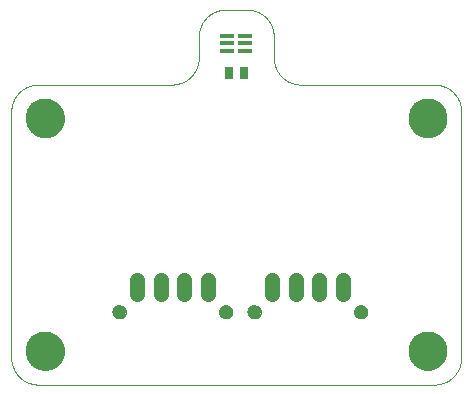
<source format=gbs>
G75*
%MOIN*%
%OFA0B0*%
%FSLAX25Y25*%
%IPPOS*%
%LPD*%
%AMOC8*
5,1,8,0,0,1.08239X$1,22.5*
%
%ADD10C,0.00000*%
%ADD11C,0.12998*%
%ADD12C,0.05156*%
%ADD13C,0.04731*%
%ADD14R,0.05124X0.01778*%
%ADD15R,0.03156X0.03943*%
D10*
X0014550Y0005550D02*
X0146550Y0005550D01*
X0146767Y0005553D01*
X0146985Y0005561D01*
X0147202Y0005574D01*
X0147419Y0005592D01*
X0147635Y0005616D01*
X0147850Y0005644D01*
X0148065Y0005678D01*
X0148279Y0005718D01*
X0148492Y0005762D01*
X0148704Y0005812D01*
X0148914Y0005866D01*
X0149124Y0005926D01*
X0149331Y0005990D01*
X0149537Y0006060D01*
X0149741Y0006135D01*
X0149944Y0006214D01*
X0150144Y0006299D01*
X0150343Y0006388D01*
X0150539Y0006482D01*
X0150733Y0006581D01*
X0150924Y0006684D01*
X0151113Y0006792D01*
X0151299Y0006905D01*
X0151482Y0007022D01*
X0151663Y0007143D01*
X0151840Y0007269D01*
X0152014Y0007399D01*
X0152186Y0007533D01*
X0152354Y0007671D01*
X0152518Y0007813D01*
X0152679Y0007960D01*
X0152837Y0008110D01*
X0152990Y0008263D01*
X0153140Y0008421D01*
X0153287Y0008582D01*
X0153429Y0008746D01*
X0153567Y0008914D01*
X0153701Y0009086D01*
X0153831Y0009260D01*
X0153957Y0009437D01*
X0154078Y0009618D01*
X0154195Y0009801D01*
X0154308Y0009987D01*
X0154416Y0010176D01*
X0154519Y0010367D01*
X0154618Y0010561D01*
X0154712Y0010757D01*
X0154801Y0010956D01*
X0154886Y0011156D01*
X0154965Y0011359D01*
X0155040Y0011563D01*
X0155110Y0011769D01*
X0155174Y0011976D01*
X0155234Y0012186D01*
X0155288Y0012396D01*
X0155338Y0012608D01*
X0155382Y0012821D01*
X0155422Y0013035D01*
X0155456Y0013250D01*
X0155484Y0013465D01*
X0155508Y0013681D01*
X0155526Y0013898D01*
X0155539Y0014115D01*
X0155547Y0014333D01*
X0155550Y0014550D01*
X0155550Y0096550D01*
X0155547Y0096767D01*
X0155539Y0096985D01*
X0155526Y0097202D01*
X0155508Y0097419D01*
X0155484Y0097635D01*
X0155456Y0097850D01*
X0155422Y0098065D01*
X0155382Y0098279D01*
X0155338Y0098492D01*
X0155288Y0098704D01*
X0155234Y0098914D01*
X0155174Y0099124D01*
X0155110Y0099331D01*
X0155040Y0099537D01*
X0154965Y0099741D01*
X0154886Y0099944D01*
X0154801Y0100144D01*
X0154712Y0100343D01*
X0154618Y0100539D01*
X0154519Y0100733D01*
X0154416Y0100924D01*
X0154308Y0101113D01*
X0154195Y0101299D01*
X0154078Y0101482D01*
X0153957Y0101663D01*
X0153831Y0101840D01*
X0153701Y0102014D01*
X0153567Y0102186D01*
X0153429Y0102354D01*
X0153287Y0102518D01*
X0153140Y0102679D01*
X0152990Y0102837D01*
X0152837Y0102990D01*
X0152679Y0103140D01*
X0152518Y0103287D01*
X0152354Y0103429D01*
X0152186Y0103567D01*
X0152014Y0103701D01*
X0151840Y0103831D01*
X0151663Y0103957D01*
X0151482Y0104078D01*
X0151299Y0104195D01*
X0151113Y0104308D01*
X0150924Y0104416D01*
X0150733Y0104519D01*
X0150539Y0104618D01*
X0150343Y0104712D01*
X0150144Y0104801D01*
X0149944Y0104886D01*
X0149741Y0104965D01*
X0149537Y0105040D01*
X0149331Y0105110D01*
X0149124Y0105174D01*
X0148914Y0105234D01*
X0148704Y0105288D01*
X0148492Y0105338D01*
X0148279Y0105382D01*
X0148065Y0105422D01*
X0147850Y0105456D01*
X0147635Y0105484D01*
X0147419Y0105508D01*
X0147202Y0105526D01*
X0146985Y0105539D01*
X0146767Y0105547D01*
X0146550Y0105550D01*
X0102050Y0105550D01*
X0101833Y0105553D01*
X0101615Y0105561D01*
X0101398Y0105574D01*
X0101181Y0105592D01*
X0100965Y0105616D01*
X0100750Y0105644D01*
X0100535Y0105678D01*
X0100321Y0105718D01*
X0100108Y0105762D01*
X0099896Y0105812D01*
X0099686Y0105866D01*
X0099476Y0105926D01*
X0099269Y0105990D01*
X0099063Y0106060D01*
X0098859Y0106135D01*
X0098656Y0106214D01*
X0098456Y0106299D01*
X0098257Y0106388D01*
X0098061Y0106482D01*
X0097867Y0106581D01*
X0097676Y0106684D01*
X0097487Y0106792D01*
X0097301Y0106905D01*
X0097118Y0107022D01*
X0096937Y0107143D01*
X0096760Y0107269D01*
X0096586Y0107399D01*
X0096414Y0107533D01*
X0096246Y0107671D01*
X0096082Y0107813D01*
X0095921Y0107960D01*
X0095763Y0108110D01*
X0095610Y0108263D01*
X0095460Y0108421D01*
X0095313Y0108582D01*
X0095171Y0108746D01*
X0095033Y0108914D01*
X0094899Y0109086D01*
X0094769Y0109260D01*
X0094643Y0109437D01*
X0094522Y0109618D01*
X0094405Y0109801D01*
X0094292Y0109987D01*
X0094184Y0110176D01*
X0094081Y0110367D01*
X0093982Y0110561D01*
X0093888Y0110757D01*
X0093799Y0110956D01*
X0093714Y0111156D01*
X0093635Y0111359D01*
X0093560Y0111563D01*
X0093490Y0111769D01*
X0093426Y0111976D01*
X0093366Y0112186D01*
X0093312Y0112396D01*
X0093262Y0112608D01*
X0093218Y0112821D01*
X0093178Y0113035D01*
X0093144Y0113250D01*
X0093116Y0113465D01*
X0093092Y0113681D01*
X0093074Y0113898D01*
X0093061Y0114115D01*
X0093053Y0114333D01*
X0093050Y0114550D01*
X0093050Y0121550D01*
X0093047Y0121767D01*
X0093039Y0121985D01*
X0093026Y0122202D01*
X0093008Y0122419D01*
X0092984Y0122635D01*
X0092956Y0122850D01*
X0092922Y0123065D01*
X0092882Y0123279D01*
X0092838Y0123492D01*
X0092788Y0123704D01*
X0092734Y0123914D01*
X0092674Y0124124D01*
X0092610Y0124331D01*
X0092540Y0124537D01*
X0092465Y0124741D01*
X0092386Y0124944D01*
X0092301Y0125144D01*
X0092212Y0125343D01*
X0092118Y0125539D01*
X0092019Y0125733D01*
X0091916Y0125924D01*
X0091808Y0126113D01*
X0091695Y0126299D01*
X0091578Y0126482D01*
X0091457Y0126663D01*
X0091331Y0126840D01*
X0091201Y0127014D01*
X0091067Y0127186D01*
X0090929Y0127354D01*
X0090787Y0127518D01*
X0090640Y0127679D01*
X0090490Y0127837D01*
X0090337Y0127990D01*
X0090179Y0128140D01*
X0090018Y0128287D01*
X0089854Y0128429D01*
X0089686Y0128567D01*
X0089514Y0128701D01*
X0089340Y0128831D01*
X0089163Y0128957D01*
X0088982Y0129078D01*
X0088799Y0129195D01*
X0088613Y0129308D01*
X0088424Y0129416D01*
X0088233Y0129519D01*
X0088039Y0129618D01*
X0087843Y0129712D01*
X0087644Y0129801D01*
X0087444Y0129886D01*
X0087241Y0129965D01*
X0087037Y0130040D01*
X0086831Y0130110D01*
X0086624Y0130174D01*
X0086414Y0130234D01*
X0086204Y0130288D01*
X0085992Y0130338D01*
X0085779Y0130382D01*
X0085565Y0130422D01*
X0085350Y0130456D01*
X0085135Y0130484D01*
X0084919Y0130508D01*
X0084702Y0130526D01*
X0084485Y0130539D01*
X0084267Y0130547D01*
X0084050Y0130550D01*
X0077050Y0130550D01*
X0076833Y0130547D01*
X0076615Y0130539D01*
X0076398Y0130526D01*
X0076181Y0130508D01*
X0075965Y0130484D01*
X0075750Y0130456D01*
X0075535Y0130422D01*
X0075321Y0130382D01*
X0075108Y0130338D01*
X0074896Y0130288D01*
X0074686Y0130234D01*
X0074476Y0130174D01*
X0074269Y0130110D01*
X0074063Y0130040D01*
X0073859Y0129965D01*
X0073656Y0129886D01*
X0073456Y0129801D01*
X0073257Y0129712D01*
X0073061Y0129618D01*
X0072867Y0129519D01*
X0072676Y0129416D01*
X0072487Y0129308D01*
X0072301Y0129195D01*
X0072118Y0129078D01*
X0071937Y0128957D01*
X0071760Y0128831D01*
X0071586Y0128701D01*
X0071414Y0128567D01*
X0071246Y0128429D01*
X0071082Y0128287D01*
X0070921Y0128140D01*
X0070763Y0127990D01*
X0070610Y0127837D01*
X0070460Y0127679D01*
X0070313Y0127518D01*
X0070171Y0127354D01*
X0070033Y0127186D01*
X0069899Y0127014D01*
X0069769Y0126840D01*
X0069643Y0126663D01*
X0069522Y0126482D01*
X0069405Y0126299D01*
X0069292Y0126113D01*
X0069184Y0125924D01*
X0069081Y0125733D01*
X0068982Y0125539D01*
X0068888Y0125343D01*
X0068799Y0125144D01*
X0068714Y0124944D01*
X0068635Y0124741D01*
X0068560Y0124537D01*
X0068490Y0124331D01*
X0068426Y0124124D01*
X0068366Y0123914D01*
X0068312Y0123704D01*
X0068262Y0123492D01*
X0068218Y0123279D01*
X0068178Y0123065D01*
X0068144Y0122850D01*
X0068116Y0122635D01*
X0068092Y0122419D01*
X0068074Y0122202D01*
X0068061Y0121985D01*
X0068053Y0121767D01*
X0068050Y0121550D01*
X0068050Y0114550D01*
X0068047Y0114333D01*
X0068039Y0114115D01*
X0068026Y0113898D01*
X0068008Y0113681D01*
X0067984Y0113465D01*
X0067956Y0113250D01*
X0067922Y0113035D01*
X0067882Y0112821D01*
X0067838Y0112608D01*
X0067788Y0112396D01*
X0067734Y0112186D01*
X0067674Y0111976D01*
X0067610Y0111769D01*
X0067540Y0111563D01*
X0067465Y0111359D01*
X0067386Y0111156D01*
X0067301Y0110956D01*
X0067212Y0110757D01*
X0067118Y0110561D01*
X0067019Y0110367D01*
X0066916Y0110176D01*
X0066808Y0109987D01*
X0066695Y0109801D01*
X0066578Y0109618D01*
X0066457Y0109437D01*
X0066331Y0109260D01*
X0066201Y0109086D01*
X0066067Y0108914D01*
X0065929Y0108746D01*
X0065787Y0108582D01*
X0065640Y0108421D01*
X0065490Y0108263D01*
X0065337Y0108110D01*
X0065179Y0107960D01*
X0065018Y0107813D01*
X0064854Y0107671D01*
X0064686Y0107533D01*
X0064514Y0107399D01*
X0064340Y0107269D01*
X0064163Y0107143D01*
X0063982Y0107022D01*
X0063799Y0106905D01*
X0063613Y0106792D01*
X0063424Y0106684D01*
X0063233Y0106581D01*
X0063039Y0106482D01*
X0062843Y0106388D01*
X0062644Y0106299D01*
X0062444Y0106214D01*
X0062241Y0106135D01*
X0062037Y0106060D01*
X0061831Y0105990D01*
X0061624Y0105926D01*
X0061414Y0105866D01*
X0061204Y0105812D01*
X0060992Y0105762D01*
X0060779Y0105718D01*
X0060565Y0105678D01*
X0060350Y0105644D01*
X0060135Y0105616D01*
X0059919Y0105592D01*
X0059702Y0105574D01*
X0059485Y0105561D01*
X0059267Y0105553D01*
X0059050Y0105550D01*
X0014550Y0105550D01*
X0014333Y0105547D01*
X0014115Y0105539D01*
X0013898Y0105526D01*
X0013681Y0105508D01*
X0013465Y0105484D01*
X0013250Y0105456D01*
X0013035Y0105422D01*
X0012821Y0105382D01*
X0012608Y0105338D01*
X0012396Y0105288D01*
X0012186Y0105234D01*
X0011976Y0105174D01*
X0011769Y0105110D01*
X0011563Y0105040D01*
X0011359Y0104965D01*
X0011156Y0104886D01*
X0010956Y0104801D01*
X0010757Y0104712D01*
X0010561Y0104618D01*
X0010367Y0104519D01*
X0010176Y0104416D01*
X0009987Y0104308D01*
X0009801Y0104195D01*
X0009618Y0104078D01*
X0009437Y0103957D01*
X0009260Y0103831D01*
X0009086Y0103701D01*
X0008914Y0103567D01*
X0008746Y0103429D01*
X0008582Y0103287D01*
X0008421Y0103140D01*
X0008263Y0102990D01*
X0008110Y0102837D01*
X0007960Y0102679D01*
X0007813Y0102518D01*
X0007671Y0102354D01*
X0007533Y0102186D01*
X0007399Y0102014D01*
X0007269Y0101840D01*
X0007143Y0101663D01*
X0007022Y0101482D01*
X0006905Y0101299D01*
X0006792Y0101113D01*
X0006684Y0100924D01*
X0006581Y0100733D01*
X0006482Y0100539D01*
X0006388Y0100343D01*
X0006299Y0100144D01*
X0006214Y0099944D01*
X0006135Y0099741D01*
X0006060Y0099537D01*
X0005990Y0099331D01*
X0005926Y0099124D01*
X0005866Y0098914D01*
X0005812Y0098704D01*
X0005762Y0098492D01*
X0005718Y0098279D01*
X0005678Y0098065D01*
X0005644Y0097850D01*
X0005616Y0097635D01*
X0005592Y0097419D01*
X0005574Y0097202D01*
X0005561Y0096985D01*
X0005553Y0096767D01*
X0005550Y0096550D01*
X0005550Y0014550D01*
X0005553Y0014333D01*
X0005561Y0014115D01*
X0005574Y0013898D01*
X0005592Y0013681D01*
X0005616Y0013465D01*
X0005644Y0013250D01*
X0005678Y0013035D01*
X0005718Y0012821D01*
X0005762Y0012608D01*
X0005812Y0012396D01*
X0005866Y0012186D01*
X0005926Y0011976D01*
X0005990Y0011769D01*
X0006060Y0011563D01*
X0006135Y0011359D01*
X0006214Y0011156D01*
X0006299Y0010956D01*
X0006388Y0010757D01*
X0006482Y0010561D01*
X0006581Y0010367D01*
X0006684Y0010176D01*
X0006792Y0009987D01*
X0006905Y0009801D01*
X0007022Y0009618D01*
X0007143Y0009437D01*
X0007269Y0009260D01*
X0007399Y0009086D01*
X0007533Y0008914D01*
X0007671Y0008746D01*
X0007813Y0008582D01*
X0007960Y0008421D01*
X0008110Y0008263D01*
X0008263Y0008110D01*
X0008421Y0007960D01*
X0008582Y0007813D01*
X0008746Y0007671D01*
X0008914Y0007533D01*
X0009086Y0007399D01*
X0009260Y0007269D01*
X0009437Y0007143D01*
X0009618Y0007022D01*
X0009801Y0006905D01*
X0009987Y0006792D01*
X0010176Y0006684D01*
X0010367Y0006581D01*
X0010561Y0006482D01*
X0010757Y0006388D01*
X0010956Y0006299D01*
X0011156Y0006214D01*
X0011359Y0006135D01*
X0011563Y0006060D01*
X0011769Y0005990D01*
X0011976Y0005926D01*
X0012186Y0005866D01*
X0012396Y0005812D01*
X0012608Y0005762D01*
X0012821Y0005718D01*
X0013035Y0005678D01*
X0013250Y0005644D01*
X0013465Y0005616D01*
X0013681Y0005592D01*
X0013898Y0005574D01*
X0014115Y0005561D01*
X0014333Y0005553D01*
X0014550Y0005550D01*
X0010501Y0016800D02*
X0010503Y0016958D01*
X0010509Y0017116D01*
X0010519Y0017274D01*
X0010533Y0017432D01*
X0010551Y0017589D01*
X0010572Y0017746D01*
X0010598Y0017902D01*
X0010628Y0018058D01*
X0010661Y0018213D01*
X0010699Y0018366D01*
X0010740Y0018519D01*
X0010785Y0018671D01*
X0010834Y0018822D01*
X0010887Y0018971D01*
X0010943Y0019119D01*
X0011003Y0019265D01*
X0011067Y0019410D01*
X0011135Y0019553D01*
X0011206Y0019695D01*
X0011280Y0019835D01*
X0011358Y0019972D01*
X0011440Y0020108D01*
X0011524Y0020242D01*
X0011613Y0020373D01*
X0011704Y0020502D01*
X0011799Y0020629D01*
X0011896Y0020754D01*
X0011997Y0020876D01*
X0012101Y0020995D01*
X0012208Y0021112D01*
X0012318Y0021226D01*
X0012431Y0021337D01*
X0012546Y0021446D01*
X0012664Y0021551D01*
X0012785Y0021653D01*
X0012908Y0021753D01*
X0013034Y0021849D01*
X0013162Y0021942D01*
X0013292Y0022032D01*
X0013425Y0022118D01*
X0013560Y0022202D01*
X0013696Y0022281D01*
X0013835Y0022358D01*
X0013976Y0022430D01*
X0014118Y0022500D01*
X0014262Y0022565D01*
X0014408Y0022627D01*
X0014555Y0022685D01*
X0014704Y0022740D01*
X0014854Y0022791D01*
X0015005Y0022838D01*
X0015157Y0022881D01*
X0015310Y0022920D01*
X0015465Y0022956D01*
X0015620Y0022987D01*
X0015776Y0023015D01*
X0015932Y0023039D01*
X0016089Y0023059D01*
X0016247Y0023075D01*
X0016404Y0023087D01*
X0016563Y0023095D01*
X0016721Y0023099D01*
X0016879Y0023099D01*
X0017037Y0023095D01*
X0017196Y0023087D01*
X0017353Y0023075D01*
X0017511Y0023059D01*
X0017668Y0023039D01*
X0017824Y0023015D01*
X0017980Y0022987D01*
X0018135Y0022956D01*
X0018290Y0022920D01*
X0018443Y0022881D01*
X0018595Y0022838D01*
X0018746Y0022791D01*
X0018896Y0022740D01*
X0019045Y0022685D01*
X0019192Y0022627D01*
X0019338Y0022565D01*
X0019482Y0022500D01*
X0019624Y0022430D01*
X0019765Y0022358D01*
X0019904Y0022281D01*
X0020040Y0022202D01*
X0020175Y0022118D01*
X0020308Y0022032D01*
X0020438Y0021942D01*
X0020566Y0021849D01*
X0020692Y0021753D01*
X0020815Y0021653D01*
X0020936Y0021551D01*
X0021054Y0021446D01*
X0021169Y0021337D01*
X0021282Y0021226D01*
X0021392Y0021112D01*
X0021499Y0020995D01*
X0021603Y0020876D01*
X0021704Y0020754D01*
X0021801Y0020629D01*
X0021896Y0020502D01*
X0021987Y0020373D01*
X0022076Y0020242D01*
X0022160Y0020108D01*
X0022242Y0019972D01*
X0022320Y0019835D01*
X0022394Y0019695D01*
X0022465Y0019553D01*
X0022533Y0019410D01*
X0022597Y0019265D01*
X0022657Y0019119D01*
X0022713Y0018971D01*
X0022766Y0018822D01*
X0022815Y0018671D01*
X0022860Y0018519D01*
X0022901Y0018366D01*
X0022939Y0018213D01*
X0022972Y0018058D01*
X0023002Y0017902D01*
X0023028Y0017746D01*
X0023049Y0017589D01*
X0023067Y0017432D01*
X0023081Y0017274D01*
X0023091Y0017116D01*
X0023097Y0016958D01*
X0023099Y0016800D01*
X0023097Y0016642D01*
X0023091Y0016484D01*
X0023081Y0016326D01*
X0023067Y0016168D01*
X0023049Y0016011D01*
X0023028Y0015854D01*
X0023002Y0015698D01*
X0022972Y0015542D01*
X0022939Y0015387D01*
X0022901Y0015234D01*
X0022860Y0015081D01*
X0022815Y0014929D01*
X0022766Y0014778D01*
X0022713Y0014629D01*
X0022657Y0014481D01*
X0022597Y0014335D01*
X0022533Y0014190D01*
X0022465Y0014047D01*
X0022394Y0013905D01*
X0022320Y0013765D01*
X0022242Y0013628D01*
X0022160Y0013492D01*
X0022076Y0013358D01*
X0021987Y0013227D01*
X0021896Y0013098D01*
X0021801Y0012971D01*
X0021704Y0012846D01*
X0021603Y0012724D01*
X0021499Y0012605D01*
X0021392Y0012488D01*
X0021282Y0012374D01*
X0021169Y0012263D01*
X0021054Y0012154D01*
X0020936Y0012049D01*
X0020815Y0011947D01*
X0020692Y0011847D01*
X0020566Y0011751D01*
X0020438Y0011658D01*
X0020308Y0011568D01*
X0020175Y0011482D01*
X0020040Y0011398D01*
X0019904Y0011319D01*
X0019765Y0011242D01*
X0019624Y0011170D01*
X0019482Y0011100D01*
X0019338Y0011035D01*
X0019192Y0010973D01*
X0019045Y0010915D01*
X0018896Y0010860D01*
X0018746Y0010809D01*
X0018595Y0010762D01*
X0018443Y0010719D01*
X0018290Y0010680D01*
X0018135Y0010644D01*
X0017980Y0010613D01*
X0017824Y0010585D01*
X0017668Y0010561D01*
X0017511Y0010541D01*
X0017353Y0010525D01*
X0017196Y0010513D01*
X0017037Y0010505D01*
X0016879Y0010501D01*
X0016721Y0010501D01*
X0016563Y0010505D01*
X0016404Y0010513D01*
X0016247Y0010525D01*
X0016089Y0010541D01*
X0015932Y0010561D01*
X0015776Y0010585D01*
X0015620Y0010613D01*
X0015465Y0010644D01*
X0015310Y0010680D01*
X0015157Y0010719D01*
X0015005Y0010762D01*
X0014854Y0010809D01*
X0014704Y0010860D01*
X0014555Y0010915D01*
X0014408Y0010973D01*
X0014262Y0011035D01*
X0014118Y0011100D01*
X0013976Y0011170D01*
X0013835Y0011242D01*
X0013696Y0011319D01*
X0013560Y0011398D01*
X0013425Y0011482D01*
X0013292Y0011568D01*
X0013162Y0011658D01*
X0013034Y0011751D01*
X0012908Y0011847D01*
X0012785Y0011947D01*
X0012664Y0012049D01*
X0012546Y0012154D01*
X0012431Y0012263D01*
X0012318Y0012374D01*
X0012208Y0012488D01*
X0012101Y0012605D01*
X0011997Y0012724D01*
X0011896Y0012846D01*
X0011799Y0012971D01*
X0011704Y0013098D01*
X0011613Y0013227D01*
X0011524Y0013358D01*
X0011440Y0013492D01*
X0011358Y0013628D01*
X0011280Y0013765D01*
X0011206Y0013905D01*
X0011135Y0014047D01*
X0011067Y0014190D01*
X0011003Y0014335D01*
X0010943Y0014481D01*
X0010887Y0014629D01*
X0010834Y0014778D01*
X0010785Y0014929D01*
X0010740Y0015081D01*
X0010699Y0015234D01*
X0010661Y0015387D01*
X0010628Y0015542D01*
X0010598Y0015698D01*
X0010572Y0015854D01*
X0010551Y0016011D01*
X0010533Y0016168D01*
X0010519Y0016326D01*
X0010509Y0016484D01*
X0010503Y0016642D01*
X0010501Y0016800D01*
X0039418Y0029782D02*
X0039420Y0029875D01*
X0039426Y0029967D01*
X0039436Y0030059D01*
X0039450Y0030150D01*
X0039467Y0030241D01*
X0039489Y0030331D01*
X0039514Y0030420D01*
X0039543Y0030508D01*
X0039576Y0030594D01*
X0039613Y0030679D01*
X0039653Y0030763D01*
X0039697Y0030844D01*
X0039744Y0030924D01*
X0039794Y0031002D01*
X0039848Y0031077D01*
X0039905Y0031150D01*
X0039965Y0031220D01*
X0040028Y0031288D01*
X0040094Y0031353D01*
X0040162Y0031415D01*
X0040233Y0031475D01*
X0040307Y0031531D01*
X0040383Y0031584D01*
X0040461Y0031633D01*
X0040541Y0031680D01*
X0040623Y0031722D01*
X0040707Y0031762D01*
X0040792Y0031797D01*
X0040879Y0031829D01*
X0040967Y0031858D01*
X0041056Y0031882D01*
X0041146Y0031903D01*
X0041237Y0031919D01*
X0041329Y0031932D01*
X0041421Y0031941D01*
X0041514Y0031946D01*
X0041606Y0031947D01*
X0041699Y0031944D01*
X0041791Y0031937D01*
X0041883Y0031926D01*
X0041974Y0031911D01*
X0042065Y0031893D01*
X0042155Y0031870D01*
X0042243Y0031844D01*
X0042331Y0031814D01*
X0042417Y0031780D01*
X0042501Y0031743D01*
X0042584Y0031701D01*
X0042665Y0031657D01*
X0042745Y0031609D01*
X0042822Y0031558D01*
X0042896Y0031503D01*
X0042969Y0031445D01*
X0043039Y0031385D01*
X0043106Y0031321D01*
X0043170Y0031255D01*
X0043232Y0031185D01*
X0043290Y0031114D01*
X0043345Y0031040D01*
X0043397Y0030963D01*
X0043446Y0030884D01*
X0043492Y0030804D01*
X0043534Y0030721D01*
X0043572Y0030637D01*
X0043607Y0030551D01*
X0043638Y0030464D01*
X0043665Y0030376D01*
X0043688Y0030286D01*
X0043708Y0030196D01*
X0043724Y0030105D01*
X0043736Y0030013D01*
X0043744Y0029921D01*
X0043748Y0029828D01*
X0043748Y0029736D01*
X0043744Y0029643D01*
X0043736Y0029551D01*
X0043724Y0029459D01*
X0043708Y0029368D01*
X0043688Y0029278D01*
X0043665Y0029188D01*
X0043638Y0029100D01*
X0043607Y0029013D01*
X0043572Y0028927D01*
X0043534Y0028843D01*
X0043492Y0028760D01*
X0043446Y0028680D01*
X0043397Y0028601D01*
X0043345Y0028524D01*
X0043290Y0028450D01*
X0043232Y0028379D01*
X0043170Y0028309D01*
X0043106Y0028243D01*
X0043039Y0028179D01*
X0042969Y0028119D01*
X0042896Y0028061D01*
X0042822Y0028006D01*
X0042745Y0027955D01*
X0042666Y0027907D01*
X0042584Y0027863D01*
X0042501Y0027821D01*
X0042417Y0027784D01*
X0042331Y0027750D01*
X0042243Y0027720D01*
X0042155Y0027694D01*
X0042065Y0027671D01*
X0041974Y0027653D01*
X0041883Y0027638D01*
X0041791Y0027627D01*
X0041699Y0027620D01*
X0041606Y0027617D01*
X0041514Y0027618D01*
X0041421Y0027623D01*
X0041329Y0027632D01*
X0041237Y0027645D01*
X0041146Y0027661D01*
X0041056Y0027682D01*
X0040967Y0027706D01*
X0040879Y0027735D01*
X0040792Y0027767D01*
X0040707Y0027802D01*
X0040623Y0027842D01*
X0040541Y0027884D01*
X0040461Y0027931D01*
X0040383Y0027980D01*
X0040307Y0028033D01*
X0040233Y0028089D01*
X0040162Y0028149D01*
X0040094Y0028211D01*
X0040028Y0028276D01*
X0039965Y0028344D01*
X0039905Y0028414D01*
X0039848Y0028487D01*
X0039794Y0028562D01*
X0039744Y0028640D01*
X0039697Y0028720D01*
X0039653Y0028801D01*
X0039613Y0028885D01*
X0039576Y0028970D01*
X0039543Y0029056D01*
X0039514Y0029144D01*
X0039489Y0029233D01*
X0039467Y0029323D01*
X0039450Y0029414D01*
X0039436Y0029505D01*
X0039426Y0029597D01*
X0039420Y0029689D01*
X0039418Y0029782D01*
X0074852Y0029782D02*
X0074854Y0029875D01*
X0074860Y0029967D01*
X0074870Y0030059D01*
X0074884Y0030150D01*
X0074901Y0030241D01*
X0074923Y0030331D01*
X0074948Y0030420D01*
X0074977Y0030508D01*
X0075010Y0030594D01*
X0075047Y0030679D01*
X0075087Y0030763D01*
X0075131Y0030844D01*
X0075178Y0030924D01*
X0075228Y0031002D01*
X0075282Y0031077D01*
X0075339Y0031150D01*
X0075399Y0031220D01*
X0075462Y0031288D01*
X0075528Y0031353D01*
X0075596Y0031415D01*
X0075667Y0031475D01*
X0075741Y0031531D01*
X0075817Y0031584D01*
X0075895Y0031633D01*
X0075975Y0031680D01*
X0076057Y0031722D01*
X0076141Y0031762D01*
X0076226Y0031797D01*
X0076313Y0031829D01*
X0076401Y0031858D01*
X0076490Y0031882D01*
X0076580Y0031903D01*
X0076671Y0031919D01*
X0076763Y0031932D01*
X0076855Y0031941D01*
X0076948Y0031946D01*
X0077040Y0031947D01*
X0077133Y0031944D01*
X0077225Y0031937D01*
X0077317Y0031926D01*
X0077408Y0031911D01*
X0077499Y0031893D01*
X0077589Y0031870D01*
X0077677Y0031844D01*
X0077765Y0031814D01*
X0077851Y0031780D01*
X0077935Y0031743D01*
X0078018Y0031701D01*
X0078099Y0031657D01*
X0078179Y0031609D01*
X0078256Y0031558D01*
X0078330Y0031503D01*
X0078403Y0031445D01*
X0078473Y0031385D01*
X0078540Y0031321D01*
X0078604Y0031255D01*
X0078666Y0031185D01*
X0078724Y0031114D01*
X0078779Y0031040D01*
X0078831Y0030963D01*
X0078880Y0030884D01*
X0078926Y0030804D01*
X0078968Y0030721D01*
X0079006Y0030637D01*
X0079041Y0030551D01*
X0079072Y0030464D01*
X0079099Y0030376D01*
X0079122Y0030286D01*
X0079142Y0030196D01*
X0079158Y0030105D01*
X0079170Y0030013D01*
X0079178Y0029921D01*
X0079182Y0029828D01*
X0079182Y0029736D01*
X0079178Y0029643D01*
X0079170Y0029551D01*
X0079158Y0029459D01*
X0079142Y0029368D01*
X0079122Y0029278D01*
X0079099Y0029188D01*
X0079072Y0029100D01*
X0079041Y0029013D01*
X0079006Y0028927D01*
X0078968Y0028843D01*
X0078926Y0028760D01*
X0078880Y0028680D01*
X0078831Y0028601D01*
X0078779Y0028524D01*
X0078724Y0028450D01*
X0078666Y0028379D01*
X0078604Y0028309D01*
X0078540Y0028243D01*
X0078473Y0028179D01*
X0078403Y0028119D01*
X0078330Y0028061D01*
X0078256Y0028006D01*
X0078179Y0027955D01*
X0078100Y0027907D01*
X0078018Y0027863D01*
X0077935Y0027821D01*
X0077851Y0027784D01*
X0077765Y0027750D01*
X0077677Y0027720D01*
X0077589Y0027694D01*
X0077499Y0027671D01*
X0077408Y0027653D01*
X0077317Y0027638D01*
X0077225Y0027627D01*
X0077133Y0027620D01*
X0077040Y0027617D01*
X0076948Y0027618D01*
X0076855Y0027623D01*
X0076763Y0027632D01*
X0076671Y0027645D01*
X0076580Y0027661D01*
X0076490Y0027682D01*
X0076401Y0027706D01*
X0076313Y0027735D01*
X0076226Y0027767D01*
X0076141Y0027802D01*
X0076057Y0027842D01*
X0075975Y0027884D01*
X0075895Y0027931D01*
X0075817Y0027980D01*
X0075741Y0028033D01*
X0075667Y0028089D01*
X0075596Y0028149D01*
X0075528Y0028211D01*
X0075462Y0028276D01*
X0075399Y0028344D01*
X0075339Y0028414D01*
X0075282Y0028487D01*
X0075228Y0028562D01*
X0075178Y0028640D01*
X0075131Y0028720D01*
X0075087Y0028801D01*
X0075047Y0028885D01*
X0075010Y0028970D01*
X0074977Y0029056D01*
X0074948Y0029144D01*
X0074923Y0029233D01*
X0074901Y0029323D01*
X0074884Y0029414D01*
X0074870Y0029505D01*
X0074860Y0029597D01*
X0074854Y0029689D01*
X0074852Y0029782D01*
X0084418Y0029782D02*
X0084420Y0029875D01*
X0084426Y0029967D01*
X0084436Y0030059D01*
X0084450Y0030150D01*
X0084467Y0030241D01*
X0084489Y0030331D01*
X0084514Y0030420D01*
X0084543Y0030508D01*
X0084576Y0030594D01*
X0084613Y0030679D01*
X0084653Y0030763D01*
X0084697Y0030844D01*
X0084744Y0030924D01*
X0084794Y0031002D01*
X0084848Y0031077D01*
X0084905Y0031150D01*
X0084965Y0031220D01*
X0085028Y0031288D01*
X0085094Y0031353D01*
X0085162Y0031415D01*
X0085233Y0031475D01*
X0085307Y0031531D01*
X0085383Y0031584D01*
X0085461Y0031633D01*
X0085541Y0031680D01*
X0085623Y0031722D01*
X0085707Y0031762D01*
X0085792Y0031797D01*
X0085879Y0031829D01*
X0085967Y0031858D01*
X0086056Y0031882D01*
X0086146Y0031903D01*
X0086237Y0031919D01*
X0086329Y0031932D01*
X0086421Y0031941D01*
X0086514Y0031946D01*
X0086606Y0031947D01*
X0086699Y0031944D01*
X0086791Y0031937D01*
X0086883Y0031926D01*
X0086974Y0031911D01*
X0087065Y0031893D01*
X0087155Y0031870D01*
X0087243Y0031844D01*
X0087331Y0031814D01*
X0087417Y0031780D01*
X0087501Y0031743D01*
X0087584Y0031701D01*
X0087665Y0031657D01*
X0087745Y0031609D01*
X0087822Y0031558D01*
X0087896Y0031503D01*
X0087969Y0031445D01*
X0088039Y0031385D01*
X0088106Y0031321D01*
X0088170Y0031255D01*
X0088232Y0031185D01*
X0088290Y0031114D01*
X0088345Y0031040D01*
X0088397Y0030963D01*
X0088446Y0030884D01*
X0088492Y0030804D01*
X0088534Y0030721D01*
X0088572Y0030637D01*
X0088607Y0030551D01*
X0088638Y0030464D01*
X0088665Y0030376D01*
X0088688Y0030286D01*
X0088708Y0030196D01*
X0088724Y0030105D01*
X0088736Y0030013D01*
X0088744Y0029921D01*
X0088748Y0029828D01*
X0088748Y0029736D01*
X0088744Y0029643D01*
X0088736Y0029551D01*
X0088724Y0029459D01*
X0088708Y0029368D01*
X0088688Y0029278D01*
X0088665Y0029188D01*
X0088638Y0029100D01*
X0088607Y0029013D01*
X0088572Y0028927D01*
X0088534Y0028843D01*
X0088492Y0028760D01*
X0088446Y0028680D01*
X0088397Y0028601D01*
X0088345Y0028524D01*
X0088290Y0028450D01*
X0088232Y0028379D01*
X0088170Y0028309D01*
X0088106Y0028243D01*
X0088039Y0028179D01*
X0087969Y0028119D01*
X0087896Y0028061D01*
X0087822Y0028006D01*
X0087745Y0027955D01*
X0087666Y0027907D01*
X0087584Y0027863D01*
X0087501Y0027821D01*
X0087417Y0027784D01*
X0087331Y0027750D01*
X0087243Y0027720D01*
X0087155Y0027694D01*
X0087065Y0027671D01*
X0086974Y0027653D01*
X0086883Y0027638D01*
X0086791Y0027627D01*
X0086699Y0027620D01*
X0086606Y0027617D01*
X0086514Y0027618D01*
X0086421Y0027623D01*
X0086329Y0027632D01*
X0086237Y0027645D01*
X0086146Y0027661D01*
X0086056Y0027682D01*
X0085967Y0027706D01*
X0085879Y0027735D01*
X0085792Y0027767D01*
X0085707Y0027802D01*
X0085623Y0027842D01*
X0085541Y0027884D01*
X0085461Y0027931D01*
X0085383Y0027980D01*
X0085307Y0028033D01*
X0085233Y0028089D01*
X0085162Y0028149D01*
X0085094Y0028211D01*
X0085028Y0028276D01*
X0084965Y0028344D01*
X0084905Y0028414D01*
X0084848Y0028487D01*
X0084794Y0028562D01*
X0084744Y0028640D01*
X0084697Y0028720D01*
X0084653Y0028801D01*
X0084613Y0028885D01*
X0084576Y0028970D01*
X0084543Y0029056D01*
X0084514Y0029144D01*
X0084489Y0029233D01*
X0084467Y0029323D01*
X0084450Y0029414D01*
X0084436Y0029505D01*
X0084426Y0029597D01*
X0084420Y0029689D01*
X0084418Y0029782D01*
X0119852Y0029782D02*
X0119854Y0029875D01*
X0119860Y0029967D01*
X0119870Y0030059D01*
X0119884Y0030150D01*
X0119901Y0030241D01*
X0119923Y0030331D01*
X0119948Y0030420D01*
X0119977Y0030508D01*
X0120010Y0030594D01*
X0120047Y0030679D01*
X0120087Y0030763D01*
X0120131Y0030844D01*
X0120178Y0030924D01*
X0120228Y0031002D01*
X0120282Y0031077D01*
X0120339Y0031150D01*
X0120399Y0031220D01*
X0120462Y0031288D01*
X0120528Y0031353D01*
X0120596Y0031415D01*
X0120667Y0031475D01*
X0120741Y0031531D01*
X0120817Y0031584D01*
X0120895Y0031633D01*
X0120975Y0031680D01*
X0121057Y0031722D01*
X0121141Y0031762D01*
X0121226Y0031797D01*
X0121313Y0031829D01*
X0121401Y0031858D01*
X0121490Y0031882D01*
X0121580Y0031903D01*
X0121671Y0031919D01*
X0121763Y0031932D01*
X0121855Y0031941D01*
X0121948Y0031946D01*
X0122040Y0031947D01*
X0122133Y0031944D01*
X0122225Y0031937D01*
X0122317Y0031926D01*
X0122408Y0031911D01*
X0122499Y0031893D01*
X0122589Y0031870D01*
X0122677Y0031844D01*
X0122765Y0031814D01*
X0122851Y0031780D01*
X0122935Y0031743D01*
X0123018Y0031701D01*
X0123099Y0031657D01*
X0123179Y0031609D01*
X0123256Y0031558D01*
X0123330Y0031503D01*
X0123403Y0031445D01*
X0123473Y0031385D01*
X0123540Y0031321D01*
X0123604Y0031255D01*
X0123666Y0031185D01*
X0123724Y0031114D01*
X0123779Y0031040D01*
X0123831Y0030963D01*
X0123880Y0030884D01*
X0123926Y0030804D01*
X0123968Y0030721D01*
X0124006Y0030637D01*
X0124041Y0030551D01*
X0124072Y0030464D01*
X0124099Y0030376D01*
X0124122Y0030286D01*
X0124142Y0030196D01*
X0124158Y0030105D01*
X0124170Y0030013D01*
X0124178Y0029921D01*
X0124182Y0029828D01*
X0124182Y0029736D01*
X0124178Y0029643D01*
X0124170Y0029551D01*
X0124158Y0029459D01*
X0124142Y0029368D01*
X0124122Y0029278D01*
X0124099Y0029188D01*
X0124072Y0029100D01*
X0124041Y0029013D01*
X0124006Y0028927D01*
X0123968Y0028843D01*
X0123926Y0028760D01*
X0123880Y0028680D01*
X0123831Y0028601D01*
X0123779Y0028524D01*
X0123724Y0028450D01*
X0123666Y0028379D01*
X0123604Y0028309D01*
X0123540Y0028243D01*
X0123473Y0028179D01*
X0123403Y0028119D01*
X0123330Y0028061D01*
X0123256Y0028006D01*
X0123179Y0027955D01*
X0123100Y0027907D01*
X0123018Y0027863D01*
X0122935Y0027821D01*
X0122851Y0027784D01*
X0122765Y0027750D01*
X0122677Y0027720D01*
X0122589Y0027694D01*
X0122499Y0027671D01*
X0122408Y0027653D01*
X0122317Y0027638D01*
X0122225Y0027627D01*
X0122133Y0027620D01*
X0122040Y0027617D01*
X0121948Y0027618D01*
X0121855Y0027623D01*
X0121763Y0027632D01*
X0121671Y0027645D01*
X0121580Y0027661D01*
X0121490Y0027682D01*
X0121401Y0027706D01*
X0121313Y0027735D01*
X0121226Y0027767D01*
X0121141Y0027802D01*
X0121057Y0027842D01*
X0120975Y0027884D01*
X0120895Y0027931D01*
X0120817Y0027980D01*
X0120741Y0028033D01*
X0120667Y0028089D01*
X0120596Y0028149D01*
X0120528Y0028211D01*
X0120462Y0028276D01*
X0120399Y0028344D01*
X0120339Y0028414D01*
X0120282Y0028487D01*
X0120228Y0028562D01*
X0120178Y0028640D01*
X0120131Y0028720D01*
X0120087Y0028801D01*
X0120047Y0028885D01*
X0120010Y0028970D01*
X0119977Y0029056D01*
X0119948Y0029144D01*
X0119923Y0029233D01*
X0119901Y0029323D01*
X0119884Y0029414D01*
X0119870Y0029505D01*
X0119860Y0029597D01*
X0119854Y0029689D01*
X0119852Y0029782D01*
X0138001Y0016800D02*
X0138003Y0016958D01*
X0138009Y0017116D01*
X0138019Y0017274D01*
X0138033Y0017432D01*
X0138051Y0017589D01*
X0138072Y0017746D01*
X0138098Y0017902D01*
X0138128Y0018058D01*
X0138161Y0018213D01*
X0138199Y0018366D01*
X0138240Y0018519D01*
X0138285Y0018671D01*
X0138334Y0018822D01*
X0138387Y0018971D01*
X0138443Y0019119D01*
X0138503Y0019265D01*
X0138567Y0019410D01*
X0138635Y0019553D01*
X0138706Y0019695D01*
X0138780Y0019835D01*
X0138858Y0019972D01*
X0138940Y0020108D01*
X0139024Y0020242D01*
X0139113Y0020373D01*
X0139204Y0020502D01*
X0139299Y0020629D01*
X0139396Y0020754D01*
X0139497Y0020876D01*
X0139601Y0020995D01*
X0139708Y0021112D01*
X0139818Y0021226D01*
X0139931Y0021337D01*
X0140046Y0021446D01*
X0140164Y0021551D01*
X0140285Y0021653D01*
X0140408Y0021753D01*
X0140534Y0021849D01*
X0140662Y0021942D01*
X0140792Y0022032D01*
X0140925Y0022118D01*
X0141060Y0022202D01*
X0141196Y0022281D01*
X0141335Y0022358D01*
X0141476Y0022430D01*
X0141618Y0022500D01*
X0141762Y0022565D01*
X0141908Y0022627D01*
X0142055Y0022685D01*
X0142204Y0022740D01*
X0142354Y0022791D01*
X0142505Y0022838D01*
X0142657Y0022881D01*
X0142810Y0022920D01*
X0142965Y0022956D01*
X0143120Y0022987D01*
X0143276Y0023015D01*
X0143432Y0023039D01*
X0143589Y0023059D01*
X0143747Y0023075D01*
X0143904Y0023087D01*
X0144063Y0023095D01*
X0144221Y0023099D01*
X0144379Y0023099D01*
X0144537Y0023095D01*
X0144696Y0023087D01*
X0144853Y0023075D01*
X0145011Y0023059D01*
X0145168Y0023039D01*
X0145324Y0023015D01*
X0145480Y0022987D01*
X0145635Y0022956D01*
X0145790Y0022920D01*
X0145943Y0022881D01*
X0146095Y0022838D01*
X0146246Y0022791D01*
X0146396Y0022740D01*
X0146545Y0022685D01*
X0146692Y0022627D01*
X0146838Y0022565D01*
X0146982Y0022500D01*
X0147124Y0022430D01*
X0147265Y0022358D01*
X0147404Y0022281D01*
X0147540Y0022202D01*
X0147675Y0022118D01*
X0147808Y0022032D01*
X0147938Y0021942D01*
X0148066Y0021849D01*
X0148192Y0021753D01*
X0148315Y0021653D01*
X0148436Y0021551D01*
X0148554Y0021446D01*
X0148669Y0021337D01*
X0148782Y0021226D01*
X0148892Y0021112D01*
X0148999Y0020995D01*
X0149103Y0020876D01*
X0149204Y0020754D01*
X0149301Y0020629D01*
X0149396Y0020502D01*
X0149487Y0020373D01*
X0149576Y0020242D01*
X0149660Y0020108D01*
X0149742Y0019972D01*
X0149820Y0019835D01*
X0149894Y0019695D01*
X0149965Y0019553D01*
X0150033Y0019410D01*
X0150097Y0019265D01*
X0150157Y0019119D01*
X0150213Y0018971D01*
X0150266Y0018822D01*
X0150315Y0018671D01*
X0150360Y0018519D01*
X0150401Y0018366D01*
X0150439Y0018213D01*
X0150472Y0018058D01*
X0150502Y0017902D01*
X0150528Y0017746D01*
X0150549Y0017589D01*
X0150567Y0017432D01*
X0150581Y0017274D01*
X0150591Y0017116D01*
X0150597Y0016958D01*
X0150599Y0016800D01*
X0150597Y0016642D01*
X0150591Y0016484D01*
X0150581Y0016326D01*
X0150567Y0016168D01*
X0150549Y0016011D01*
X0150528Y0015854D01*
X0150502Y0015698D01*
X0150472Y0015542D01*
X0150439Y0015387D01*
X0150401Y0015234D01*
X0150360Y0015081D01*
X0150315Y0014929D01*
X0150266Y0014778D01*
X0150213Y0014629D01*
X0150157Y0014481D01*
X0150097Y0014335D01*
X0150033Y0014190D01*
X0149965Y0014047D01*
X0149894Y0013905D01*
X0149820Y0013765D01*
X0149742Y0013628D01*
X0149660Y0013492D01*
X0149576Y0013358D01*
X0149487Y0013227D01*
X0149396Y0013098D01*
X0149301Y0012971D01*
X0149204Y0012846D01*
X0149103Y0012724D01*
X0148999Y0012605D01*
X0148892Y0012488D01*
X0148782Y0012374D01*
X0148669Y0012263D01*
X0148554Y0012154D01*
X0148436Y0012049D01*
X0148315Y0011947D01*
X0148192Y0011847D01*
X0148066Y0011751D01*
X0147938Y0011658D01*
X0147808Y0011568D01*
X0147675Y0011482D01*
X0147540Y0011398D01*
X0147404Y0011319D01*
X0147265Y0011242D01*
X0147124Y0011170D01*
X0146982Y0011100D01*
X0146838Y0011035D01*
X0146692Y0010973D01*
X0146545Y0010915D01*
X0146396Y0010860D01*
X0146246Y0010809D01*
X0146095Y0010762D01*
X0145943Y0010719D01*
X0145790Y0010680D01*
X0145635Y0010644D01*
X0145480Y0010613D01*
X0145324Y0010585D01*
X0145168Y0010561D01*
X0145011Y0010541D01*
X0144853Y0010525D01*
X0144696Y0010513D01*
X0144537Y0010505D01*
X0144379Y0010501D01*
X0144221Y0010501D01*
X0144063Y0010505D01*
X0143904Y0010513D01*
X0143747Y0010525D01*
X0143589Y0010541D01*
X0143432Y0010561D01*
X0143276Y0010585D01*
X0143120Y0010613D01*
X0142965Y0010644D01*
X0142810Y0010680D01*
X0142657Y0010719D01*
X0142505Y0010762D01*
X0142354Y0010809D01*
X0142204Y0010860D01*
X0142055Y0010915D01*
X0141908Y0010973D01*
X0141762Y0011035D01*
X0141618Y0011100D01*
X0141476Y0011170D01*
X0141335Y0011242D01*
X0141196Y0011319D01*
X0141060Y0011398D01*
X0140925Y0011482D01*
X0140792Y0011568D01*
X0140662Y0011658D01*
X0140534Y0011751D01*
X0140408Y0011847D01*
X0140285Y0011947D01*
X0140164Y0012049D01*
X0140046Y0012154D01*
X0139931Y0012263D01*
X0139818Y0012374D01*
X0139708Y0012488D01*
X0139601Y0012605D01*
X0139497Y0012724D01*
X0139396Y0012846D01*
X0139299Y0012971D01*
X0139204Y0013098D01*
X0139113Y0013227D01*
X0139024Y0013358D01*
X0138940Y0013492D01*
X0138858Y0013628D01*
X0138780Y0013765D01*
X0138706Y0013905D01*
X0138635Y0014047D01*
X0138567Y0014190D01*
X0138503Y0014335D01*
X0138443Y0014481D01*
X0138387Y0014629D01*
X0138334Y0014778D01*
X0138285Y0014929D01*
X0138240Y0015081D01*
X0138199Y0015234D01*
X0138161Y0015387D01*
X0138128Y0015542D01*
X0138098Y0015698D01*
X0138072Y0015854D01*
X0138051Y0016011D01*
X0138033Y0016168D01*
X0138019Y0016326D01*
X0138009Y0016484D01*
X0138003Y0016642D01*
X0138001Y0016800D01*
X0138001Y0094300D02*
X0138003Y0094458D01*
X0138009Y0094616D01*
X0138019Y0094774D01*
X0138033Y0094932D01*
X0138051Y0095089D01*
X0138072Y0095246D01*
X0138098Y0095402D01*
X0138128Y0095558D01*
X0138161Y0095713D01*
X0138199Y0095866D01*
X0138240Y0096019D01*
X0138285Y0096171D01*
X0138334Y0096322D01*
X0138387Y0096471D01*
X0138443Y0096619D01*
X0138503Y0096765D01*
X0138567Y0096910D01*
X0138635Y0097053D01*
X0138706Y0097195D01*
X0138780Y0097335D01*
X0138858Y0097472D01*
X0138940Y0097608D01*
X0139024Y0097742D01*
X0139113Y0097873D01*
X0139204Y0098002D01*
X0139299Y0098129D01*
X0139396Y0098254D01*
X0139497Y0098376D01*
X0139601Y0098495D01*
X0139708Y0098612D01*
X0139818Y0098726D01*
X0139931Y0098837D01*
X0140046Y0098946D01*
X0140164Y0099051D01*
X0140285Y0099153D01*
X0140408Y0099253D01*
X0140534Y0099349D01*
X0140662Y0099442D01*
X0140792Y0099532D01*
X0140925Y0099618D01*
X0141060Y0099702D01*
X0141196Y0099781D01*
X0141335Y0099858D01*
X0141476Y0099930D01*
X0141618Y0100000D01*
X0141762Y0100065D01*
X0141908Y0100127D01*
X0142055Y0100185D01*
X0142204Y0100240D01*
X0142354Y0100291D01*
X0142505Y0100338D01*
X0142657Y0100381D01*
X0142810Y0100420D01*
X0142965Y0100456D01*
X0143120Y0100487D01*
X0143276Y0100515D01*
X0143432Y0100539D01*
X0143589Y0100559D01*
X0143747Y0100575D01*
X0143904Y0100587D01*
X0144063Y0100595D01*
X0144221Y0100599D01*
X0144379Y0100599D01*
X0144537Y0100595D01*
X0144696Y0100587D01*
X0144853Y0100575D01*
X0145011Y0100559D01*
X0145168Y0100539D01*
X0145324Y0100515D01*
X0145480Y0100487D01*
X0145635Y0100456D01*
X0145790Y0100420D01*
X0145943Y0100381D01*
X0146095Y0100338D01*
X0146246Y0100291D01*
X0146396Y0100240D01*
X0146545Y0100185D01*
X0146692Y0100127D01*
X0146838Y0100065D01*
X0146982Y0100000D01*
X0147124Y0099930D01*
X0147265Y0099858D01*
X0147404Y0099781D01*
X0147540Y0099702D01*
X0147675Y0099618D01*
X0147808Y0099532D01*
X0147938Y0099442D01*
X0148066Y0099349D01*
X0148192Y0099253D01*
X0148315Y0099153D01*
X0148436Y0099051D01*
X0148554Y0098946D01*
X0148669Y0098837D01*
X0148782Y0098726D01*
X0148892Y0098612D01*
X0148999Y0098495D01*
X0149103Y0098376D01*
X0149204Y0098254D01*
X0149301Y0098129D01*
X0149396Y0098002D01*
X0149487Y0097873D01*
X0149576Y0097742D01*
X0149660Y0097608D01*
X0149742Y0097472D01*
X0149820Y0097335D01*
X0149894Y0097195D01*
X0149965Y0097053D01*
X0150033Y0096910D01*
X0150097Y0096765D01*
X0150157Y0096619D01*
X0150213Y0096471D01*
X0150266Y0096322D01*
X0150315Y0096171D01*
X0150360Y0096019D01*
X0150401Y0095866D01*
X0150439Y0095713D01*
X0150472Y0095558D01*
X0150502Y0095402D01*
X0150528Y0095246D01*
X0150549Y0095089D01*
X0150567Y0094932D01*
X0150581Y0094774D01*
X0150591Y0094616D01*
X0150597Y0094458D01*
X0150599Y0094300D01*
X0150597Y0094142D01*
X0150591Y0093984D01*
X0150581Y0093826D01*
X0150567Y0093668D01*
X0150549Y0093511D01*
X0150528Y0093354D01*
X0150502Y0093198D01*
X0150472Y0093042D01*
X0150439Y0092887D01*
X0150401Y0092734D01*
X0150360Y0092581D01*
X0150315Y0092429D01*
X0150266Y0092278D01*
X0150213Y0092129D01*
X0150157Y0091981D01*
X0150097Y0091835D01*
X0150033Y0091690D01*
X0149965Y0091547D01*
X0149894Y0091405D01*
X0149820Y0091265D01*
X0149742Y0091128D01*
X0149660Y0090992D01*
X0149576Y0090858D01*
X0149487Y0090727D01*
X0149396Y0090598D01*
X0149301Y0090471D01*
X0149204Y0090346D01*
X0149103Y0090224D01*
X0148999Y0090105D01*
X0148892Y0089988D01*
X0148782Y0089874D01*
X0148669Y0089763D01*
X0148554Y0089654D01*
X0148436Y0089549D01*
X0148315Y0089447D01*
X0148192Y0089347D01*
X0148066Y0089251D01*
X0147938Y0089158D01*
X0147808Y0089068D01*
X0147675Y0088982D01*
X0147540Y0088898D01*
X0147404Y0088819D01*
X0147265Y0088742D01*
X0147124Y0088670D01*
X0146982Y0088600D01*
X0146838Y0088535D01*
X0146692Y0088473D01*
X0146545Y0088415D01*
X0146396Y0088360D01*
X0146246Y0088309D01*
X0146095Y0088262D01*
X0145943Y0088219D01*
X0145790Y0088180D01*
X0145635Y0088144D01*
X0145480Y0088113D01*
X0145324Y0088085D01*
X0145168Y0088061D01*
X0145011Y0088041D01*
X0144853Y0088025D01*
X0144696Y0088013D01*
X0144537Y0088005D01*
X0144379Y0088001D01*
X0144221Y0088001D01*
X0144063Y0088005D01*
X0143904Y0088013D01*
X0143747Y0088025D01*
X0143589Y0088041D01*
X0143432Y0088061D01*
X0143276Y0088085D01*
X0143120Y0088113D01*
X0142965Y0088144D01*
X0142810Y0088180D01*
X0142657Y0088219D01*
X0142505Y0088262D01*
X0142354Y0088309D01*
X0142204Y0088360D01*
X0142055Y0088415D01*
X0141908Y0088473D01*
X0141762Y0088535D01*
X0141618Y0088600D01*
X0141476Y0088670D01*
X0141335Y0088742D01*
X0141196Y0088819D01*
X0141060Y0088898D01*
X0140925Y0088982D01*
X0140792Y0089068D01*
X0140662Y0089158D01*
X0140534Y0089251D01*
X0140408Y0089347D01*
X0140285Y0089447D01*
X0140164Y0089549D01*
X0140046Y0089654D01*
X0139931Y0089763D01*
X0139818Y0089874D01*
X0139708Y0089988D01*
X0139601Y0090105D01*
X0139497Y0090224D01*
X0139396Y0090346D01*
X0139299Y0090471D01*
X0139204Y0090598D01*
X0139113Y0090727D01*
X0139024Y0090858D01*
X0138940Y0090992D01*
X0138858Y0091128D01*
X0138780Y0091265D01*
X0138706Y0091405D01*
X0138635Y0091547D01*
X0138567Y0091690D01*
X0138503Y0091835D01*
X0138443Y0091981D01*
X0138387Y0092129D01*
X0138334Y0092278D01*
X0138285Y0092429D01*
X0138240Y0092581D01*
X0138199Y0092734D01*
X0138161Y0092887D01*
X0138128Y0093042D01*
X0138098Y0093198D01*
X0138072Y0093354D01*
X0138051Y0093511D01*
X0138033Y0093668D01*
X0138019Y0093826D01*
X0138009Y0093984D01*
X0138003Y0094142D01*
X0138001Y0094300D01*
X0010501Y0094300D02*
X0010503Y0094458D01*
X0010509Y0094616D01*
X0010519Y0094774D01*
X0010533Y0094932D01*
X0010551Y0095089D01*
X0010572Y0095246D01*
X0010598Y0095402D01*
X0010628Y0095558D01*
X0010661Y0095713D01*
X0010699Y0095866D01*
X0010740Y0096019D01*
X0010785Y0096171D01*
X0010834Y0096322D01*
X0010887Y0096471D01*
X0010943Y0096619D01*
X0011003Y0096765D01*
X0011067Y0096910D01*
X0011135Y0097053D01*
X0011206Y0097195D01*
X0011280Y0097335D01*
X0011358Y0097472D01*
X0011440Y0097608D01*
X0011524Y0097742D01*
X0011613Y0097873D01*
X0011704Y0098002D01*
X0011799Y0098129D01*
X0011896Y0098254D01*
X0011997Y0098376D01*
X0012101Y0098495D01*
X0012208Y0098612D01*
X0012318Y0098726D01*
X0012431Y0098837D01*
X0012546Y0098946D01*
X0012664Y0099051D01*
X0012785Y0099153D01*
X0012908Y0099253D01*
X0013034Y0099349D01*
X0013162Y0099442D01*
X0013292Y0099532D01*
X0013425Y0099618D01*
X0013560Y0099702D01*
X0013696Y0099781D01*
X0013835Y0099858D01*
X0013976Y0099930D01*
X0014118Y0100000D01*
X0014262Y0100065D01*
X0014408Y0100127D01*
X0014555Y0100185D01*
X0014704Y0100240D01*
X0014854Y0100291D01*
X0015005Y0100338D01*
X0015157Y0100381D01*
X0015310Y0100420D01*
X0015465Y0100456D01*
X0015620Y0100487D01*
X0015776Y0100515D01*
X0015932Y0100539D01*
X0016089Y0100559D01*
X0016247Y0100575D01*
X0016404Y0100587D01*
X0016563Y0100595D01*
X0016721Y0100599D01*
X0016879Y0100599D01*
X0017037Y0100595D01*
X0017196Y0100587D01*
X0017353Y0100575D01*
X0017511Y0100559D01*
X0017668Y0100539D01*
X0017824Y0100515D01*
X0017980Y0100487D01*
X0018135Y0100456D01*
X0018290Y0100420D01*
X0018443Y0100381D01*
X0018595Y0100338D01*
X0018746Y0100291D01*
X0018896Y0100240D01*
X0019045Y0100185D01*
X0019192Y0100127D01*
X0019338Y0100065D01*
X0019482Y0100000D01*
X0019624Y0099930D01*
X0019765Y0099858D01*
X0019904Y0099781D01*
X0020040Y0099702D01*
X0020175Y0099618D01*
X0020308Y0099532D01*
X0020438Y0099442D01*
X0020566Y0099349D01*
X0020692Y0099253D01*
X0020815Y0099153D01*
X0020936Y0099051D01*
X0021054Y0098946D01*
X0021169Y0098837D01*
X0021282Y0098726D01*
X0021392Y0098612D01*
X0021499Y0098495D01*
X0021603Y0098376D01*
X0021704Y0098254D01*
X0021801Y0098129D01*
X0021896Y0098002D01*
X0021987Y0097873D01*
X0022076Y0097742D01*
X0022160Y0097608D01*
X0022242Y0097472D01*
X0022320Y0097335D01*
X0022394Y0097195D01*
X0022465Y0097053D01*
X0022533Y0096910D01*
X0022597Y0096765D01*
X0022657Y0096619D01*
X0022713Y0096471D01*
X0022766Y0096322D01*
X0022815Y0096171D01*
X0022860Y0096019D01*
X0022901Y0095866D01*
X0022939Y0095713D01*
X0022972Y0095558D01*
X0023002Y0095402D01*
X0023028Y0095246D01*
X0023049Y0095089D01*
X0023067Y0094932D01*
X0023081Y0094774D01*
X0023091Y0094616D01*
X0023097Y0094458D01*
X0023099Y0094300D01*
X0023097Y0094142D01*
X0023091Y0093984D01*
X0023081Y0093826D01*
X0023067Y0093668D01*
X0023049Y0093511D01*
X0023028Y0093354D01*
X0023002Y0093198D01*
X0022972Y0093042D01*
X0022939Y0092887D01*
X0022901Y0092734D01*
X0022860Y0092581D01*
X0022815Y0092429D01*
X0022766Y0092278D01*
X0022713Y0092129D01*
X0022657Y0091981D01*
X0022597Y0091835D01*
X0022533Y0091690D01*
X0022465Y0091547D01*
X0022394Y0091405D01*
X0022320Y0091265D01*
X0022242Y0091128D01*
X0022160Y0090992D01*
X0022076Y0090858D01*
X0021987Y0090727D01*
X0021896Y0090598D01*
X0021801Y0090471D01*
X0021704Y0090346D01*
X0021603Y0090224D01*
X0021499Y0090105D01*
X0021392Y0089988D01*
X0021282Y0089874D01*
X0021169Y0089763D01*
X0021054Y0089654D01*
X0020936Y0089549D01*
X0020815Y0089447D01*
X0020692Y0089347D01*
X0020566Y0089251D01*
X0020438Y0089158D01*
X0020308Y0089068D01*
X0020175Y0088982D01*
X0020040Y0088898D01*
X0019904Y0088819D01*
X0019765Y0088742D01*
X0019624Y0088670D01*
X0019482Y0088600D01*
X0019338Y0088535D01*
X0019192Y0088473D01*
X0019045Y0088415D01*
X0018896Y0088360D01*
X0018746Y0088309D01*
X0018595Y0088262D01*
X0018443Y0088219D01*
X0018290Y0088180D01*
X0018135Y0088144D01*
X0017980Y0088113D01*
X0017824Y0088085D01*
X0017668Y0088061D01*
X0017511Y0088041D01*
X0017353Y0088025D01*
X0017196Y0088013D01*
X0017037Y0088005D01*
X0016879Y0088001D01*
X0016721Y0088001D01*
X0016563Y0088005D01*
X0016404Y0088013D01*
X0016247Y0088025D01*
X0016089Y0088041D01*
X0015932Y0088061D01*
X0015776Y0088085D01*
X0015620Y0088113D01*
X0015465Y0088144D01*
X0015310Y0088180D01*
X0015157Y0088219D01*
X0015005Y0088262D01*
X0014854Y0088309D01*
X0014704Y0088360D01*
X0014555Y0088415D01*
X0014408Y0088473D01*
X0014262Y0088535D01*
X0014118Y0088600D01*
X0013976Y0088670D01*
X0013835Y0088742D01*
X0013696Y0088819D01*
X0013560Y0088898D01*
X0013425Y0088982D01*
X0013292Y0089068D01*
X0013162Y0089158D01*
X0013034Y0089251D01*
X0012908Y0089347D01*
X0012785Y0089447D01*
X0012664Y0089549D01*
X0012546Y0089654D01*
X0012431Y0089763D01*
X0012318Y0089874D01*
X0012208Y0089988D01*
X0012101Y0090105D01*
X0011997Y0090224D01*
X0011896Y0090346D01*
X0011799Y0090471D01*
X0011704Y0090598D01*
X0011613Y0090727D01*
X0011524Y0090858D01*
X0011440Y0090992D01*
X0011358Y0091128D01*
X0011280Y0091265D01*
X0011206Y0091405D01*
X0011135Y0091547D01*
X0011067Y0091690D01*
X0011003Y0091835D01*
X0010943Y0091981D01*
X0010887Y0092129D01*
X0010834Y0092278D01*
X0010785Y0092429D01*
X0010740Y0092581D01*
X0010699Y0092734D01*
X0010661Y0092887D01*
X0010628Y0093042D01*
X0010598Y0093198D01*
X0010572Y0093354D01*
X0010551Y0093511D01*
X0010533Y0093668D01*
X0010519Y0093826D01*
X0010509Y0093984D01*
X0010503Y0094142D01*
X0010501Y0094300D01*
D11*
X0016800Y0094300D03*
X0016800Y0016800D03*
X0144300Y0016800D03*
X0144300Y0094300D03*
D12*
X0116111Y0040428D02*
X0116111Y0035672D01*
X0108237Y0035672D02*
X0108237Y0040428D01*
X0100363Y0040428D02*
X0100363Y0035672D01*
X0092489Y0035672D02*
X0092489Y0040428D01*
X0071111Y0040428D02*
X0071111Y0035672D01*
X0063237Y0035672D02*
X0063237Y0040428D01*
X0055363Y0040428D02*
X0055363Y0035672D01*
X0047489Y0035672D02*
X0047489Y0040428D01*
D13*
X0041583Y0029782D03*
X0077017Y0029782D03*
X0086583Y0029782D03*
X0122017Y0029782D03*
D14*
X0083503Y0116741D03*
X0083503Y0119300D03*
X0083503Y0121859D03*
X0077597Y0121859D03*
X0077597Y0119300D03*
X0077597Y0116741D03*
D15*
X0077991Y0109300D03*
X0083109Y0109300D03*
M02*

</source>
